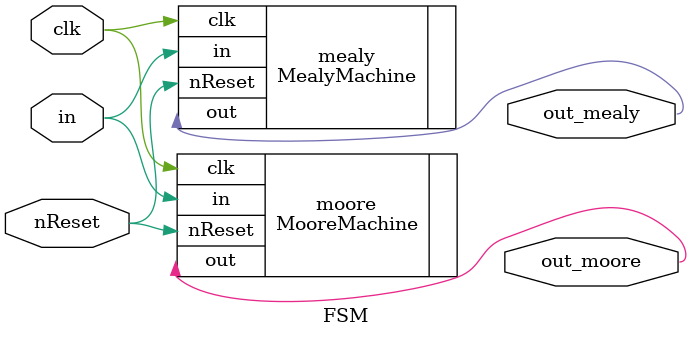
<source format=v>
module FSM(nReset, clk, in, out_mealy, out_moore);
	
	input clk, nReset, in;
	output out_mealy, out_moore;
	
	MealyMachine mealy(.out(out_mealy), .nReset(nReset), .clk(clk), .in(in));
	MooreMachine moore(.out(out_moore), .nReset(nReset), .clk(clk), .in(in));
	


endmodule

</source>
